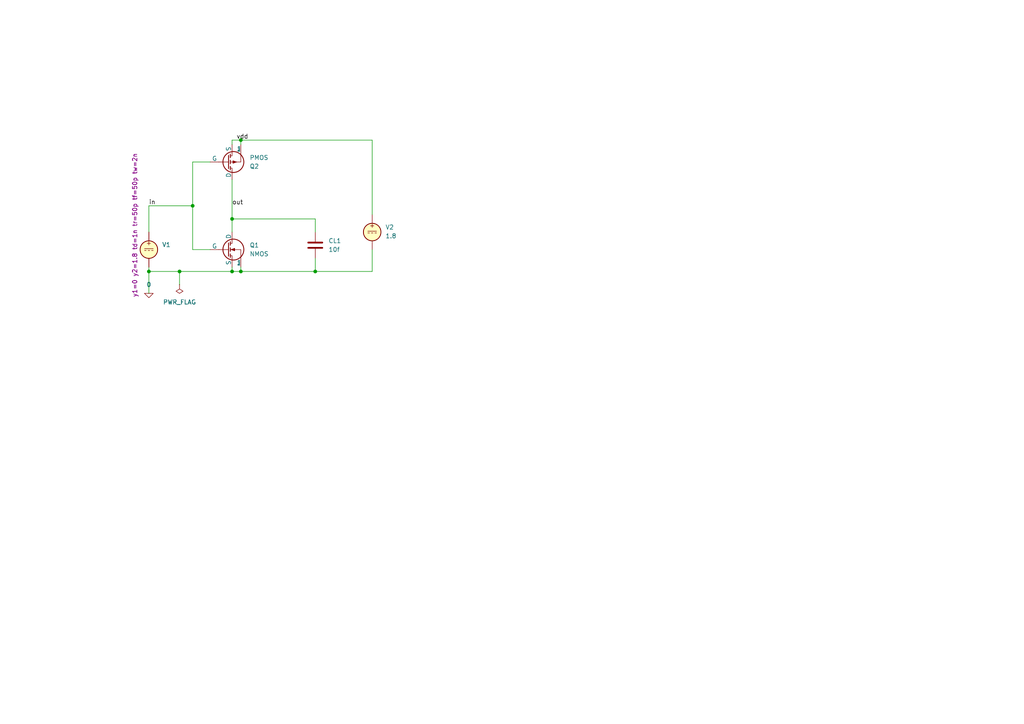
<source format=kicad_sch>
(kicad_sch (version 20250114) (generator "eeschema") (generator_version "9.0")
  (paper "A4")
  (lib_symbols
    (symbol "Device:C" (pin_numbers (hide yes)) (pin_names (offset 0.254))
      (property "Reference" "C" (at 0.635 2.54 0))
      (property "Value" "C" (at 0.635 -2.54 0))
      (symbol "C_0_1"
        (polyline (pts (xy -2.032 0.762) (xy 2.032 0.762)) (stroke (width 0.508)))
        (polyline (pts (xy -2.032 -0.762) (xy 2.032 -0.762)) (stroke (width 0.508)))
      )
      (symbol "C_1_1"
        (pin passive line (at 0 3.81 270) (length 2.794) (name "~") (number "1"))
        (pin passive line (at 0 -3.81 90) (length 2.794) (name "~") (number "2"))
      )
    )
    (symbol "Simulation_SPICE:0" (power) (pin_numbers (hide yes)) (pin_names (offset 0) (hide yes))
      (property "Value" "0" (at 0 -2.54 0))
      (symbol "0_0_1"
        (polyline (pts (xy -1.27 0) (xy 0 -1.27) (xy 1.27 0) (xy -1.27 0)))
      )
      (symbol "0_1_1"
        (pin power_in line (at 0 0 0) (length 0) (name "~") (number "1"))
      )
    )
    (symbol "Simulation_SPICE:NMOS_Substrate" (pin_numbers (hide yes)) (pin_names (offset 0))
      (property "Reference" "Q" (at 6.985 1.27 0))
      (property "Value" "NMOS_Substrate" (at 6.985 -1.27 0))
      (symbol "NMOS_Substrate_0_1"
        (polyline (pts (xy 1.524 1.905) (xy 1.524 -1.905)) (stroke (width 0.254)))
        (polyline (pts (xy 1.524 0) (xy -1.27 0)))
        (polyline (pts (xy 2.032 2.286) (xy 2.032 1.27)) (stroke (width 0.254)))
        (polyline (pts (xy 2.032 1.778) (xy 2.54 1.778) (xy 2.54 2.54)))
        (polyline (pts (xy 2.032 0.508) (xy 2.032 -0.508)) (stroke (width 0.254)))
        (polyline (pts (xy 2.032 -1.27) (xy 2.032 -2.286)) (stroke (width 0.254)))
        (polyline (pts (xy 2.286 0) (xy 3.302 0.381) (xy 3.302 -0.381) (xy 2.286 0)) (fill (type outline)))
        (polyline (pts (xy 2.54 -2.54) (xy 2.54 -1.778) (xy 2.032 -1.778)))
        (circle (center 2.921 0) (radius 3.0294) (stroke (width 0.254)))
        (polyline (pts (xy 5.08 -2.54) (xy 5.08 0) (xy 2.032 0)))
      )
      (symbol "NMOS_Substrate_1_1"
        (pin input line (at -3.81 0 0) (length 2.54) (name "G") (number "2"))
        (pin passive line (at 2.54 5.08 270) (length 2.54) (name "D") (number "1"))
        (pin passive line (at 2.54 -5.08 90) (length 2.54) (name "S") (number "3"))
        (pin input line (at 5.08 -5.08 90) (length 2.54) (name "Bulk") (number "4"))
      )
    )
    (symbol "Simulation_SPICE:PMOS_Substrate" (pin_numbers (hide yes)) (pin_names (offset 0))
      (property "Reference" "Q" (at 6.35 1.27 0))
      (property "Value" "PMOS_Substrate" (at 6.35 -1.27 0))
      (symbol "PMOS_Substrate_0_1"
        (polyline (pts (xy 1.524 1.905) (xy 1.524 -1.905)) (stroke (width 0.254)))
        (polyline (pts (xy 1.524 0) (xy -1.27 0)))
        (polyline (pts (xy 2.032 2.286) (xy 2.032 1.27)) (stroke (width 0.254)))
        (polyline (pts (xy 2.032 1.778) (xy 2.54 1.778) (xy 2.54 2.54)))
        (polyline (pts (xy 2.032 0.508) (xy 2.032 -0.508)) (stroke (width 0.254)))
        (polyline (pts (xy 2.032 -1.27) (xy 2.032 -2.286)) (stroke (width 0.254)))
        (polyline (pts (xy 2.54 -2.54) (xy 2.54 -1.778) (xy 2.032 -1.778)))
        (circle (center 2.921 0) (radius 3.0294) (stroke (width 0.254)))
        (polyline (pts (xy 3.81 0) (xy 2.794 0.381) (xy 2.794 -0.381) (xy 3.81 0)) (fill (type outline)))
        (polyline (pts (xy 5.08 -2.54) (xy 5.08 0) (xy 2.032 0)))
      )
      (symbol "PMOS_Substrate_1_1"
        (pin input line (at -3.81 0 0) (length 2.54) (name "G") (number "2"))
        (pin passive line (at 2.54 5.08 270) (length 2.54) (name "D") (number "1"))
        (pin passive line (at 2.54 -5.08 90) (length 2.54) (name "S") (number "3"))
        (pin input line (at 5.08 -5.08 90) (length 2.54) (name "Bulk") (number "4"))
      )
    )
    (symbol "Simulation_SPICE:VDC" (pin_numbers (hide yes)) (pin_names (offset 0.0254))
      (property "Reference" "V" (at 2.54 2.54 0))
      (property "Value" "1" (at 2.54 0 0))
      (symbol "VDC_0_0"
        (polyline (pts (xy -1.27 0.254) (xy 1.27 0.254)))
        (polyline (pts (xy -0.762 -0.254) (xy -1.27 -0.254)))
        (polyline (pts (xy 0.254 -0.254) (xy -0.254 -0.254)))
        (polyline (pts (xy 1.27 -0.254) (xy 0.762 -0.254)))
        (text "+" (at 0 1.905 0) (effects (font (size 1.27 1.27))))
      )
      (symbol "VDC_0_1"
        (circle (center 0 0) (radius 2.54) (stroke (width 0.254)) (fill (type background)))
      )
      (symbol "VDC_1_1"
        (pin passive line (at 0 5.08 270) (length 2.54) (name "~") (number "1"))
        (pin passive line (at 0 -5.08 90) (length 2.54) (name "~") (number "2"))
      )
    )
    (symbol "power:PWR_FLAG" (power) (pin_numbers (hide yes)) (pin_names (offset 0) (hide yes))
      (property "Value" "PWR_FLAG" (at 0 3.81 0))
      (symbol "PWR_FLAG_0_0"
        (pin power_out line (at 0 0 90) (length 0) (name "~") (number "1"))
      )
      (symbol "PWR_FLAG_0_1"
        (polyline (pts (xy 0 0) (xy 0 1.27) (xy -1.016 1.905) (xy 0 2.54) (xy 1.016 1.905) (xy 0 1.27)))
      )
    )
  )
  (junction (at 91.44 78.74))
  (junction (at 55.88 59.69))
  (junction (at 69.85 78.74))
  (junction (at 67.31 78.74))
  (junction (at 52.07 78.74))
  (junction (at 67.31 63.5))
  (junction (at 43.18 78.74))
  (junction (at 69.85 40.64))
  (wire (pts (xy 91.44 67.31) (xy 91.44 63.5)))
  (wire (pts (xy 67.31 40.64) (xy 69.85 40.64)))
  (wire (pts (xy 43.18 59.69) (xy 55.88 59.69)))
  (wire (pts (xy 52.07 78.74) (xy 67.31 78.74)))
  (wire (pts (xy 43.18 77.47) (xy 43.18 78.74)))
  (wire (pts (xy 69.85 78.74) (xy 91.44 78.74)))
  (wire (pts (xy 60.96 72.39) (xy 55.88 72.39)))
  (wire (pts (xy 55.88 72.39) (xy 55.88 59.69)))
  (wire (pts (xy 69.85 77.47) (xy 69.85 78.74)))
  (wire (pts (xy 67.31 77.47) (xy 67.31 78.74)))
  (wire (pts (xy 91.44 63.5) (xy 67.31 63.5)))
  (wire (pts (xy 55.88 46.99) (xy 60.96 46.99)))
  (wire (pts (xy 107.95 40.64) (xy 107.95 62.23)))
  (wire (pts (xy 69.85 40.64) (xy 107.95 40.64)))
  (wire (pts (xy 91.44 78.74) (xy 107.95 78.74)))
  (wire (pts (xy 43.18 78.74) (xy 43.18 85.09)))
  (wire (pts (xy 67.31 52.07) (xy 67.31 63.5)))
  (wire (pts (xy 67.31 63.5) (xy 67.31 67.31)))
  (wire (pts (xy 69.85 40.64) (xy 69.85 41.91)))
  (wire (pts (xy 52.07 78.74) (xy 52.07 82.55)))
  (wire (pts (xy 91.44 74.93) (xy 91.44 78.74)))
  (wire (pts (xy 43.18 78.74) (xy 52.07 78.74)))
  (wire (pts (xy 67.31 40.64) (xy 67.31 41.91)))
  (wire (pts (xy 107.95 78.74) (xy 107.95 72.39)))
  (wire (pts (xy 55.88 59.69) (xy 55.88 46.99)))
  (wire (pts (xy 43.18 59.69) (xy 43.18 67.31)))
  (wire (pts (xy 67.31 78.74) (xy 69.85 78.74)))
  (label "out" (at 67.31 59.69 0))
  (label "in" (at 43.18 59.69 0))
  (label "vdd" (at 68.58 40.64 0))
  (symbol (lib_id "Simulation_SPICE:VDC") (at 107.95 67.31 0) (unit 1)
    (property "Reference" "V2" (at 111.76 65.9101 0) (effects (justify left)))
    (property "Value" "1.8" (at 111.76 68.4501 0) (effects (justify left)))
    (property "Datasheet" "https://ngspice.sourceforge.io/docs/ngspice-html-manual/manual.xhtml#sec_Independent_Sources_for" (effects (hide yes)))
    (property "Description" "Voltage source, DC" (effects (hide yes)))
    (property "Sim.Pins" "1=+ 2=-" (effects (hide yes)))
    (property "Sim.Type" "DC" (effects (hide yes)))
    (property "Sim.Device" "V" (effects (hide yes)))
  )
  (symbol (lib_id "Simulation_SPICE:PMOS_Substrate") (at 64.77 46.99 0) (mirror x) (unit 1)
    (property "Reference" "Q2" (at 72.39 48.2601 0) (effects (justify left)))
    (property "Value" "PMOS" (at 72.39 45.7201 0) (effects (justify left)))
    (property "Datasheet" "https://ngspice.sourceforge.io/docs/ngspice-html-manual/manual.xhtml#cha_MOSFETs" (effects (hide yes)))
    (property "Description" "P-channel MOSFET symbol with substrate (bulk) pin" (effects (hide yes)))
    (property "Sim.Device" "SUBCKT" (effects (hide yes)))
    (property "Sim.Pins" "1=D 2=G 3=S 4=B" (effects (hide yes)))
    (property "Sim.Library" "model_wrapper_v2" (effects (hide yes)))
    (property "Sim.Name" "18N_PMOS_03" (effects (hide yes)))
  )
  (symbol (lib_id "Simulation_SPICE:NMOS_Substrate") (at 64.77 72.39 0) (unit 1)
    (property "Reference" "Q1" (at 72.39 71.1199 0) (effects (justify left)))
    (property "Value" "NMOS" (at 72.39 73.6599 0) (effects (justify left)))
    (property "Datasheet" "https://ngspice.sourceforge.io/docs/ngspice-html-manual/manual.xhtml#cha_MOSFETs" (effects (hide yes)))
    (property "Description" "N-channel MOSFET symbol with substrate (bulk) pin" (effects (hide yes)))
    (property "Sim.Device" "SUBCKT" (effects (hide yes)))
    (property "Sim.Pins" "1=D 2=G 3=S 4=B" (effects (hide yes)))
    (property "Sim.Library" "model_wrapper_v2" (effects (hide yes)))
    (property "Sim.Name" "18N_NMOS" (effects (hide yes)))
  )
  (symbol (lib_id "Simulation_SPICE:0") (at 43.18 85.09 0) (unit 1)
    (property "Reference" "#GND01" (effects (hide yes)))
    (property "Value" "0" (at 43.18 82.55 0))
    (property "Datasheet" "https://ngspice.sourceforge.io/docs/ngspice-html-manual/manual.xhtml#subsec_Circuit_elements__device" (effects (hide yes)))
    (property "Description" "0V reference potential for simulation" (effects (hide yes)))
  )
  (symbol (lib_id "Simulation_SPICE:VDC") (at 43.18 72.39 0) (unit 1)
    (property "Reference" "V1" (at 46.99 70.9901 0) (effects (justify left)))
    (property "Value" "${SIM.PARAMS}" (effects (hide yes)))
    (property "Datasheet" "https://ngspice.sourceforge.io/docs/ngspice-html-manual/manual.xhtml#sec_Independent_Sources_for" (effects (hide yes)))
    (property "Description" "Voltage source, DC" (effects (hide yes)))
    (property "Sim.Pins" "1=+ 2=-" (effects (hide yes)))
    (property "Sim.Type" "PULSE" (effects (hide yes)))
    (property "Sim.Device" "V" (effects (hide yes)))
    (property "Sim.Params" "y1=0 y2=1.8 td=1n tr=50p tf=50p tw=2n" (at 39.116 65.278 90))
  )
  (symbol (lib_id "Device:C") (at 91.44 71.12 0) (unit 1)
    (property "Reference" "CL1" (at 95.25 69.8499 0) (effects (justify left)))
    (property "Value" "10f" (at 95.25 72.3899 0) (effects (justify left)))
    (property "Description" "Unpolarized capacitor" (effects (hide yes)))
  )
  (symbol (lib_id "power:PWR_FLAG") (at 52.07 82.55 180) (unit 1)
    (property "Reference" "#FLG01" (effects (hide yes)))
    (property "Value" "PWR_FLAG" (at 52.07 87.63 0))
    (property "Description" "Special symbol for telling ERC where power comes from" (effects (hide yes)))
  )
)
</source>
